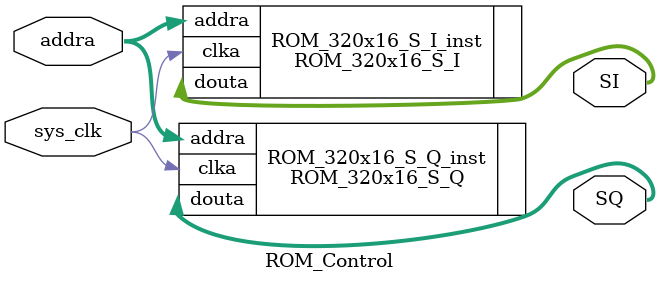
<source format=v>
`timescale 1ns / 1ps


module ROM_Control(
    input wire              sys_clk,
    input wire  [8:0]      addra,
    (*mark_debug = "true"*) output wire [15:0]      SI,
  (*mark_debug = "true"*)   output wire [15:0]      SQ
    );
ROM_320x16_S_I ROM_320x16_S_I_inst
(
    .clka   (sys_clk),
    .addra  (addra),
    .douta  (SI)
);
ROM_320x16_S_Q ROM_320x16_S_Q_inst
(
    .clka   (sys_clk),
    .addra  (addra),
    .douta  (SQ)
);
endmodule

</source>
